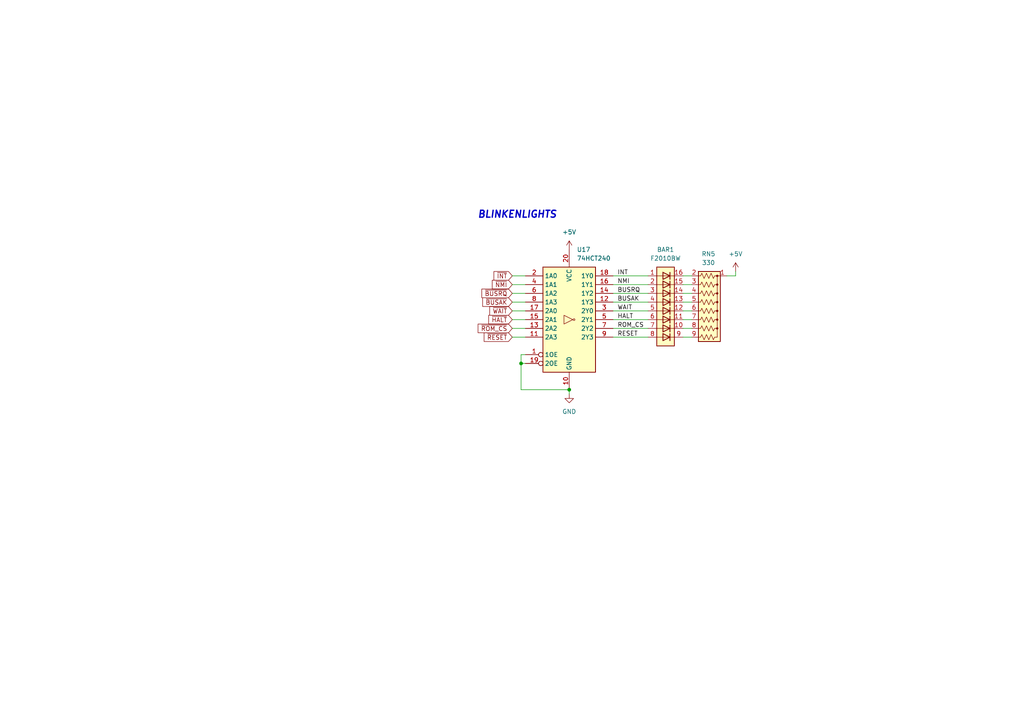
<source format=kicad_sch>
(kicad_sch (version 20230121) (generator eeschema)
  (paper "A4")
  (lib_symbols
    (symbol "+5V_1" (power) (pin_names (offset 0))
      (property "Value" "+5V_1" (at 0 3.556 0))
      (symbol "+5V_1_0_1"
        (polyline (pts (xy -0.762 1.27) (xy 0 2.54)))
        (polyline (pts (xy 0 0) (xy 0 2.54)))
        (polyline (pts (xy 0 2.54) (xy 0.762 1.27)))
      )
      (symbol "+5V_1_1_1"
        (pin power_in line (at 0 0 90) (length 0) hide (name "+5V") (number "1"))
      )
    )
    (symbol "0_Library:BAR_GRAPH_8" (pin_names (offset 1.016) hide)
      (property "Reference" "BAR" (at 0 15.24 0))
      (property "Value" "F2010BW" (at 0 -12.7 0))
      (symbol "BAR_GRAPH_8_0_1"
        (rectangle (start -2.54 12.7) (end 2.54 -10.16) (stroke (width 0.254)) (fill (type background)))
        (polyline (pts (xy -2.54 -7.62) (xy 2.54 -7.62)))
        (polyline (pts (xy -2.54 -5.08) (xy 2.54 -5.08)))
        (polyline (pts (xy -2.54 0) (xy 2.54 0)))
        (polyline (pts (xy -2.54 5.08) (xy 2.54 5.08)))
        (polyline (pts (xy -2.54 7.62) (xy 2.54 7.62)))
        (polyline (pts (xy -2.54 10.16) (xy 2.54 10.16)))
        (polyline (pts (xy 1.27 -6.604) (xy 1.27 -8.636)) (stroke (width 0.254)))
        (polyline (pts (xy 1.27 -4.064) (xy 1.27 -6.096)) (stroke (width 0.254)))
        (polyline (pts (xy 1.27 -1.524) (xy 1.27 -3.556)) (stroke (width 0.254)))
        (polyline (pts (xy 1.27 1.016) (xy 1.27 -1.016)) (stroke (width 0.254)))
        (polyline (pts (xy 1.27 3.556) (xy 1.27 1.524)) (stroke (width 0.254)))
        (polyline (pts (xy 1.27 6.096) (xy 1.27 4.064)) (stroke (width 0.254)))
        (polyline (pts (xy 1.27 8.636) (xy 1.27 6.604)) (stroke (width 0.254)))
        (polyline (pts (xy 1.27 11.176) (xy 1.27 9.144)) (stroke (width 0.254)))
        (polyline (pts (xy 2.54 -2.54) (xy -2.54 -2.54)))
        (polyline (pts (xy 2.54 2.54) (xy -2.54 2.54)))
        (polyline (pts (xy -0.762 -6.604) (xy -0.762 -8.636) (xy 1.27 -7.62) (xy -0.762 -6.604)) (stroke (width 0.254)))
        (polyline (pts (xy -0.762 -4.064) (xy -0.762 -6.096) (xy 1.27 -5.08) (xy -0.762 -4.064)) (stroke (width 0.254)))
        (polyline (pts (xy -0.762 -1.524) (xy -0.762 -3.556) (xy 1.27 -2.54) (xy -0.762 -1.524)) (stroke (width 0.254)))
        (polyline (pts (xy -0.762 1.016) (xy -0.762 -1.016) (xy 1.27 0) (xy -0.762 1.016)) (stroke (width 0.254)))
        (polyline (pts (xy -0.762 3.556) (xy -0.762 1.524) (xy 1.27 2.54) (xy -0.762 3.556)) (stroke (width 0.254)))
        (polyline (pts (xy -0.762 6.096) (xy -0.762 4.064) (xy 1.27 5.08) (xy -0.762 6.096)) (stroke (width 0.254)))
        (polyline (pts (xy -0.762 8.636) (xy -0.762 6.604) (xy 1.27 7.62) (xy -0.762 8.636)) (stroke (width 0.254)))
        (polyline (pts (xy -0.762 11.176) (xy -0.762 9.144) (xy 1.27 10.16) (xy -0.762 11.176)) (stroke (width 0.254)))
      )
      (symbol "BAR_GRAPH_8_1_1"
        (pin passive line (at -5.08 10.16 0) (length 2.54) (name "A") (number "1"))
        (pin passive line (at 5.08 -5.08 180) (length 2.54) (name "A") (number "10"))
        (pin passive line (at 5.08 -2.54 180) (length 2.54) (name "K") (number "11"))
        (pin passive line (at 5.08 0 180) (length 2.54) (name "K") (number "12"))
        (pin passive line (at 5.08 2.54 180) (length 2.54) (name "K") (number "13"))
        (pin passive line (at 5.08 5.08 180) (length 2.54) (name "K") (number "14"))
        (pin passive line (at 5.08 7.62 180) (length 2.54) (name "K") (number "15"))
        (pin passive line (at 5.08 10.16 180) (length 2.54) (name "K") (number "16"))
        (pin passive line (at -5.08 7.62 0) (length 2.54) (name "A") (number "2"))
        (pin passive line (at -5.08 5.08 0) (length 2.54) (name "A") (number "3"))
        (pin passive line (at -5.08 2.54 0) (length 2.54) (name "A") (number "4"))
        (pin passive line (at -5.08 0 0) (length 2.54) (name "A") (number "5"))
        (pin passive line (at -5.08 -2.54 0) (length 2.54) (name "A") (number "6"))
        (pin passive line (at -5.08 -5.08 0) (length 2.54) (name "A") (number "7"))
        (pin passive line (at -5.08 -7.62 0) (length 2.54) (name "A") (number "8"))
        (pin passive line (at 5.08 -7.62 180) (length 2.54) (name "A") (number "9"))
      )
    )
    (symbol "74xx:74HCT240"
      (property "Reference" "U" (at -7.62 16.51 0))
      (property "Value" "74HCT240" (at -7.62 -16.51 0))
      (symbol "74HCT240_1_0"
        (polyline (pts (xy 1.016 0) (xy -1.524 1.27) (xy -1.524 -1.27) (xy 1.016 0)) (stroke (width 0.1524)))
        (circle (center 1.397 0) (radius 0.254) (stroke (width 0.1524)))
        (pin input inverted (at -12.7 -10.16 0) (length 5.08) (name "1OE") (number "1"))
        (pin power_in line (at 0 -20.32 90) (length 5.08) (name "GND") (number "10"))
        (pin input line (at -12.7 -5.08 0) (length 5.08) (name "2A3") (number "11"))
        (pin tri_state line (at 12.7 5.08 180) (length 5.08) (name "1Y3") (number "12"))
        (pin input line (at -12.7 -2.54 0) (length 5.08) (name "2A2") (number "13"))
        (pin tri_state line (at 12.7 7.62 180) (length 5.08) (name "1Y2") (number "14"))
        (pin input line (at -12.7 0 0) (length 5.08) (name "2A1") (number "15"))
        (pin tri_state line (at 12.7 10.16 180) (length 5.08) (name "1Y1") (number "16"))
        (pin input line (at -12.7 2.54 0) (length 5.08) (name "2A0") (number "17"))
        (pin tri_state line (at 12.7 12.7 180) (length 5.08) (name "1Y0") (number "18"))
        (pin input inverted (at -12.7 -12.7 0) (length 5.08) (name "2OE") (number "19"))
        (pin input line (at -12.7 12.7 0) (length 5.08) (name "1A0") (number "2"))
        (pin power_in line (at 0 20.32 270) (length 5.08) (name "VCC") (number "20"))
        (pin tri_state line (at 12.7 2.54 180) (length 5.08) (name "2Y0") (number "3"))
        (pin input line (at -12.7 10.16 0) (length 5.08) (name "1A1") (number "4"))
        (pin tri_state line (at 12.7 0 180) (length 5.08) (name "2Y1") (number "5"))
        (pin input line (at -12.7 7.62 0) (length 5.08) (name "1A2") (number "6"))
        (pin tri_state line (at 12.7 -2.54 180) (length 5.08) (name "2Y2") (number "7"))
        (pin input line (at -12.7 5.08 0) (length 5.08) (name "1A3") (number "8"))
        (pin tri_state line (at 12.7 -5.08 180) (length 5.08) (name "2Y3") (number "9"))
      )
      (symbol "74HCT240_1_1"
        (rectangle (start -7.62 15.24) (end 7.62 -15.24) (stroke (width 0.254)) (fill (type background)))
      )
    )
    (symbol "Device:R_Network08_US" (pin_names (offset 0) hide)
      (property "Reference" "RN" (at -12.7 0 90))
      (property "Value" "R_Network08_US" (at 10.16 0 90))
      (symbol "R_Network08_US_0_1"
        (rectangle (start -11.43 -3.175) (end 8.89 3.175) (stroke (width 0.254)) (fill (type background)))
        (circle (center -10.16 2.286) (radius 0.254) (fill (type outline)))
        (circle (center -7.62 2.286) (radius 0.254) (fill (type outline)))
        (circle (center -5.08 2.286) (radius 0.254) (fill (type outline)))
        (circle (center -2.54 2.286) (radius 0.254) (fill (type outline)))
        (polyline (pts (xy -10.16 2.286) (xy 7.62 2.286)))
        (polyline (pts (xy -10.16 2.286) (xy -10.16 1.524) (xy -9.398 1.1684) (xy -10.922 0.508) (xy -9.398 -0.1524) (xy -10.922 -0.8382) (xy -9.398 -1.524) (xy -10.922 -2.1844) (xy -10.16 -2.54) (xy -10.16 -3.81)))
        (polyline (pts (xy -7.62 2.286) (xy -7.62 1.524) (xy -6.858 1.1684) (xy -8.382 0.508) (xy -6.858 -0.1524) (xy -8.382 -0.8382) (xy -6.858 -1.524) (xy -8.382 -2.1844) (xy -7.62 -2.54) (xy -7.62 -3.81)))
        (polyline (pts (xy -5.08 2.286) (xy -5.08 1.524) (xy -4.318 1.1684) (xy -5.842 0.508) (xy -4.318 -0.1524) (xy -5.842 -0.8382) (xy -4.318 -1.524) (xy -5.842 -2.1844) (xy -5.08 -2.54) (xy -5.08 -3.81)))
        (polyline (pts (xy -2.54 2.286) (xy -2.54 1.524) (xy -1.778 1.1684) (xy -3.302 0.508) (xy -1.778 -0.1524) (xy -3.302 -0.8382) (xy -1.778 -1.524) (xy -3.302 -2.1844) (xy -2.54 -2.54) (xy -2.54 -3.81)))
        (polyline (pts (xy 0 2.286) (xy 0 1.524) (xy 0.762 1.1684) (xy -0.762 0.508) (xy 0.762 -0.1524) (xy -0.762 -0.8382) (xy 0.762 -1.524) (xy -0.762 -2.1844) (xy 0 -2.54) (xy 0 -3.81)))
        (polyline (pts (xy 2.54 2.286) (xy 2.54 1.524) (xy 3.302 1.1684) (xy 1.778 0.508) (xy 3.302 -0.1524) (xy 1.778 -0.8382) (xy 3.302 -1.524) (xy 1.778 -2.1844) (xy 2.54 -2.54) (xy 2.54 -3.81)))
        (polyline (pts (xy 5.08 2.286) (xy 5.08 1.524) (xy 5.842 1.1684) (xy 4.318 0.508) (xy 5.842 -0.1524) (xy 4.318 -0.8382) (xy 5.842 -1.524) (xy 4.318 -2.1844) (xy 5.08 -2.54) (xy 5.08 -3.81)))
        (polyline (pts (xy 7.62 2.286) (xy 7.62 1.524) (xy 8.382 1.1684) (xy 6.858 0.508) (xy 8.382 -0.1524) (xy 6.858 -0.8382) (xy 8.382 -1.524) (xy 6.858 -2.1844) (xy 7.62 -2.54) (xy 7.62 -3.81)))
        (circle (center 0 2.286) (radius 0.254) (fill (type outline)))
        (circle (center 2.54 2.286) (radius 0.254) (fill (type outline)))
        (circle (center 5.08 2.286) (radius 0.254) (fill (type outline)))
      )
      (symbol "R_Network08_US_1_1"
        (pin passive line (at -10.16 5.08 270) (length 2.54) (name "common") (number "1"))
        (pin passive line (at -10.16 -5.08 90) (length 1.27) (name "R1") (number "2"))
        (pin passive line (at -7.62 -5.08 90) (length 1.27) (name "R2") (number "3"))
        (pin passive line (at -5.08 -5.08 90) (length 1.27) (name "R3") (number "4"))
        (pin passive line (at -2.54 -5.08 90) (length 1.27) (name "R4") (number "5"))
        (pin passive line (at 0 -5.08 90) (length 1.27) (name "R5") (number "6"))
        (pin passive line (at 2.54 -5.08 90) (length 1.27) (name "R6") (number "7"))
        (pin passive line (at 5.08 -5.08 90) (length 1.27) (name "R7") (number "8"))
        (pin passive line (at 7.62 -5.08 90) (length 1.27) (name "R8") (number "9"))
      )
    )
    (symbol "GND_1" (power) (pin_names (offset 0))
      (property "Value" "GND_1" (at 0 -3.81 0))
      (symbol "GND_1_0_1"
        (polyline (pts (xy 0 0) (xy 0 -1.27) (xy 1.27 -1.27) (xy 0 -2.54) (xy -1.27 -1.27) (xy 0 -1.27)))
      )
      (symbol "GND_1_1_1"
        (pin power_in line (at 0 0 270) (length 0) hide (name "GND") (number "1"))
      )
    )
  )
  (junction (at 151.13 105.41))
  (junction (at 165.1 113.03))
  (wire (pts (xy 148.59 97.79) (xy 152.4 97.79)))
  (wire (pts (xy 213.36 78.74) (xy 213.36 80.01)))
  (wire (pts (xy 200.66 92.71) (xy 198.12 92.71)))
  (wire (pts (xy 165.1 113.03) (xy 165.1 114.3)))
  (wire (pts (xy 200.66 90.17) (xy 198.12 90.17)))
  (wire (pts (xy 148.59 82.55) (xy 152.4 82.55)))
  (wire (pts (xy 177.8 92.71) (xy 187.96 92.71)))
  (wire (pts (xy 213.36 80.01) (xy 210.82 80.01)))
  (wire (pts (xy 177.8 82.55) (xy 187.96 82.55)))
  (wire (pts (xy 177.8 90.17) (xy 187.96 90.17)))
  (wire (pts (xy 148.59 87.63) (xy 152.4 87.63)))
  (wire (pts (xy 200.66 97.79) (xy 198.12 97.79)))
  (wire (pts (xy 177.8 80.01) (xy 187.96 80.01)))
  (wire (pts (xy 200.66 80.01) (xy 198.12 80.01)))
  (wire (pts (xy 177.8 85.09) (xy 187.96 85.09)))
  (wire (pts (xy 200.66 87.63) (xy 198.12 87.63)))
  (wire (pts (xy 177.8 95.25) (xy 187.96 95.25)))
  (wire (pts (xy 200.66 85.09) (xy 198.12 85.09)))
  (wire (pts (xy 200.66 82.55) (xy 198.12 82.55)))
  (wire (pts (xy 200.66 95.25) (xy 198.12 95.25)))
  (wire (pts (xy 151.13 113.03) (xy 151.13 105.41)))
  (wire (pts (xy 177.8 87.63) (xy 187.96 87.63)))
  (wire (pts (xy 148.59 85.09) (xy 152.4 85.09)))
  (wire (pts (xy 177.8 97.79) (xy 187.96 97.79)))
  (wire (pts (xy 151.13 102.87) (xy 152.4 102.87)))
  (wire (pts (xy 151.13 105.41) (xy 151.13 102.87)))
  (wire (pts (xy 148.59 90.17) (xy 152.4 90.17)))
  (wire (pts (xy 148.59 92.71) (xy 152.4 92.71)))
  (wire (pts (xy 151.13 113.03) (xy 165.1 113.03)))
  (wire (pts (xy 148.59 95.25) (xy 152.4 95.25)))
  (wire (pts (xy 148.59 80.01) (xy 152.4 80.01)))
  (wire (pts (xy 151.13 105.41) (xy 152.4 105.41)))
  (text "BLINKENLIGHTS" (at 138.43 63.5 0) (effects (font (size 2 2) (thickness 0.4) bold italic) (justify left bottom)))
  (label "NMI" (at 179.07 82.55 0))
  (label "WAIT" (at 179.07 90.17 0))
  (label "BUSRQ" (at 179.07 85.09 0))
  (label "BUSAK" (at 179.07 87.63 0))
  (label "INT" (at 179.07 80.01 0))
  (label "ROM_CS" (at 179.07 95.25 0))
  (label "HALT" (at 179.07 92.71 0))
  (label "RESET" (at 179.07 97.79 0))
  (global_label "~{WAIT}" (shape input) (at 148.59 90.17 180) (property "Intersheetrefs" "${INTERSHEET_REFS}" (effects hide)))
  (global_label "~{NMI}" (shape input) (at 148.59 82.55 180) (property "Intersheetrefs" "${INTERSHEET_REFS}" (effects hide)))
  (global_label "~{BUSRQ}" (shape input) (at 148.59 85.09 180) (property "Intersheetrefs" "${INTERSHEET_REFS}" (effects hide)))
  (global_label "~{RESET}" (shape input) (at 148.59 97.79 180) (property "Intersheetrefs" "${INTERSHEET_REFS}" (effects hide)))
  (global_label "~{ROM_CS}" (shape input) (at 148.59 95.25 180) (property "Intersheetrefs" "${INTERSHEET_REFS}" (effects hide)))
  (global_label "~{INT}" (shape input) (at 148.59 80.01 180) (property "Intersheetrefs" "${INTERSHEET_REFS}" (effects hide)))
  (global_label "~{BUSAK}" (shape input) (at 148.59 87.63 180) (property "Intersheetrefs" "${INTERSHEET_REFS}" (effects hide)))
  (global_label "~{HALT}" (shape input) (at 148.59 92.71 180) (property "Intersheetrefs" "${INTERSHEET_REFS}" (effects hide)))
  (symbol (lib_id "74xx:74HCT240") (at 165.1 92.71 0) (unit 1)
    (property "Reference" "U17" (at 167.2941 72.39 0) (effects (justify left)))
    (property "Value" "74HCT240" (at 167.2941 74.93 0) (effects (justify left)))
    (property "Footprint" "Package_DIP:DIP-20_W7.62mm_Socket" (effects hide))
    (property "Datasheet" "https://assets.nexperia.com/documents/data-sheet/74HC_HCT240.pdf" (effects hide))
  )
  (symbol (lib_id "0_Library:BAR_GRAPH_8") (at 193.04 90.17 0) (unit 1)
    (property "Reference" "BAR1" (at 193.04 72.39 0))
    (property "Value" "F2010BW" (at 193.04 74.93 0))
    (property "Footprint" "0_Library:BAR_GRAPH_8" (effects hide))
  )
  (symbol (lib_id "Device:R_Network08_US") (at 205.74 90.17 270) (unit 1)
    (property "Reference" "RN5" (at 205.486 73.66 90))
    (property "Value" "330" (at 205.486 76.2 90))
    (property "Footprint" "Resistor_THT:R_Array_SIP9" (effects hide))
    (property "Datasheet" "http://www.vishay.com/docs/31509/csc.pdf" (effects hide))
  )
  (symbol (lib_name "+5V_1") (lib_id "power:+5V") (at 213.36 78.74 0) (unit 1)
    (property "Reference" "#PWR?" (effects hide))
    (property "Value" "+5V" (at 213.36 73.66 0))
    (instances (project "3 - CPU and memory" (path "" (reference "#PWR?") (unit 1))) (project "2 - CPU and core components (Rev 2)" (path "" (reference "#PWR?") (unit 1)) (path "" (reference "#PWR077") (unit 1))))
  )
  (symbol (lib_name "+5V_1") (lib_id "power:+5V") (at 165.1 72.39 0) (unit 1)
    (property "Reference" "#PWR?" (effects hide))
    (property "Value" "+5V" (at 165.1 67.31 0))
    (instances (project "3 - CPU and memory" (path "" (reference "#PWR?") (unit 1))) (project "2 - CPU and core components (Rev 2)" (path "" (reference "#PWR?") (unit 1)) (path "" (reference "#PWR080") (unit 1))))
  )
  (symbol (lib_name "GND_1") (lib_id "power:GND") (at 165.1 114.3 0) (unit 1)
    (property "Reference" "#PWR?" (effects hide))
    (property "Value" "GND" (at 165.1 119.38 0))
    (instances (project "3 - CPU and memory" (path "" (reference "#PWR?") (unit 1))) (project "2 - CPU and core components (Rev 2)" (path "" (reference "#PWR?") (unit 1)) (path "" (reference "#PWR081") (unit 1))))
  )
)
</source>
